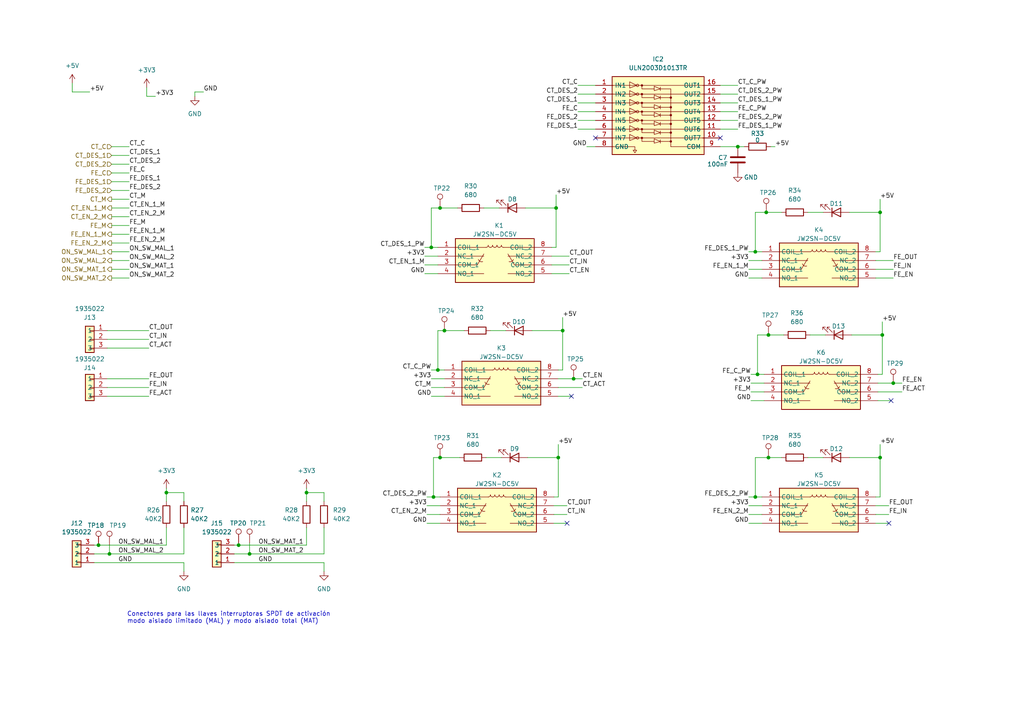
<source format=kicad_sch>
(kicad_sch (version 20211123) (generator eeschema)
  (paper "A4")
  (title_block (title "SAL/T") (date "2024-04-12") (rev "1.4") (company "Universidad de Buenos Aires") (comment 1 "Revisor: Adrian Laiuppa") (comment 2 "Autor: Martín Anús") (comment 3 "Placa principal"))
  (lib_symbols
    (symbol "JW2SN-DC5V_1"
      (property "Reference" "K" (at 16.51 6.35 0))
      (property "Value" "JW2SN-DC5V_1" (at 16.51 3.81 0))
      (symbol "JW2SN-DC5V_1_1_1"
        (pin passive line (at 0 0 0) (length 5.08) (name "COIL_1") (number "1"))
        (pin passive line (at 0 -2.54 0) (length 5.08) (name "NC_1") (number "2"))
        (pin passive line (at 0 -5.08 0) (length 5.08) (name "COM_1") (number "3"))
        (pin passive line (at 0 -7.62 0) (length 5.08) (name "NO_1") (number "4"))
        (pin passive line (at 33.02 -7.62 180) (length 5.08) (name "NO_2") (number "5"))
        (pin passive line (at 33.02 -5.08 180) (length 5.08) (name "COM_2") (number "6"))
        (pin passive line (at 33.02 -2.54 180) (length 5.08) (name "NC_2") (number "7"))
        (pin passive line (at 33.02 0 180) (length 5.08) (name "COIL_2") (number "8"))
      )
    )
    (symbol "JW2SN-DC5V_2"
      (property "Reference" "K" (at 16.51 6.35 0))
      (property "Value" "JW2SN-DC5V_2" (at 16.51 3.81 0))
      (symbol "JW2SN-DC5V_2_1_1"
        (pin passive line (at 0 0 0) (length 5.08) (name "COIL_1") (number "1"))
        (pin passive line (at 0 -2.54 0) (length 5.08) (name "NC_1") (number "2"))
        (pin passive line (at 0 -5.08 0) (length 5.08) (name "COM_1") (number "3"))
        (pin passive line (at 0 -7.62 0) (length 5.08) (name "NO_1") (number "4"))
        (pin passive line (at 33.02 -7.62 180) (length 5.08) (name "NO_2") (number "5"))
        (pin passive line (at 33.02 -5.08 180) (length 5.08) (name "COM_2") (number "6"))
        (pin passive line (at 33.02 -2.54 180) (length 5.08) (name "NC_2") (number "7"))
        (pin passive line (at 33.02 0 180) (length 5.08) (name "COIL_2") (number "8"))
      )
    )
    (symbol "JW2SN-DC5V_3"
      (property "Reference" "K" (at 16.51 6.35 0))
      (property "Value" "JW2SN-DC5V_3" (at 16.51 3.81 0))
      (symbol "JW2SN-DC5V_3_1_1"
        (pin passive line (at 0 0 0) (length 5.08) (name "COIL_1") (number "1"))
        (pin passive line (at 0 -2.54 0) (length 5.08) (name "NC_1") (number "2"))
        (pin passive line (at 0 -5.08 0) (length 5.08) (name "COM_1") (number "3"))
        (pin passive line (at 0 -7.62 0) (length 5.08) (name "NO_1") (number "4"))
        (pin passive line (at 33.02 -7.62 180) (length 5.08) (name "NO_2") (number "5"))
        (pin passive line (at 33.02 -5.08 180) (length 5.08) (name "COM_2") (number "6"))
        (pin passive line (at 33.02 -2.54 180) (length 5.08) (name "NC_2") (number "7"))
        (pin passive line (at 33.02 0 180) (length 5.08) (name "COIL_2") (number "8"))
      )
    )
    (symbol "JW2SN-DC5V_4"
      (property "Reference" "K" (at 16.51 6.35 0))
      (property "Value" "JW2SN-DC5V_4" (at 16.51 3.81 0))
      (symbol "JW2SN-DC5V_4_1_1"
        (pin passive line (at 0 0 0) (length 5.08) (name "COIL_1") (number "1"))
        (pin passive line (at 0 -2.54 0) (length 5.08) (name "NC_1") (number "2"))
        (pin passive line (at 0 -5.08 0) (length 5.08) (name "COM_1") (number "3"))
        (pin passive line (at 0 -7.62 0) (length 5.08) (name "NO_1") (number "4"))
        (pin passive line (at 33.02 -7.62 180) (length 5.08) (name "NO_2") (number "5"))
        (pin passive line (at 33.02 -5.08 180) (length 5.08) (name "COM_2") (number "6"))
        (pin passive line (at 33.02 -2.54 180) (length 5.08) (name "NC_2") (number "7"))
        (pin passive line (at 33.02 0 180) (length 5.08) (name "COIL_2") (number "8"))
      )
    )
    (symbol "JW2SN-DC5V_5"
      (property "Reference" "K" (at 16.51 6.35 0))
      (property "Value" "JW2SN-DC5V_5" (at 16.51 3.81 0))
      (symbol "JW2SN-DC5V_5_1_1"
        (pin passive line (at 0 0 0) (length 5.08) (name "COIL_1") (number "1"))
        (pin passive line (at 0 -2.54 0) (length 5.08) (name "NC_1") (number "2"))
        (pin passive line (at 0 -5.08 0) (length 5.08) (name "COM_1") (number "3"))
        (pin passive line (at 0 -7.62 0) (length 5.08) (name "NO_1") (number "4"))
        (pin passive line (at 33.02 -7.62 180) (length 5.08) (name "NO_2") (number "5"))
        (pin passive line (at 33.02 -5.08 180) (length 5.08) (name "COM_2") (number "6"))
        (pin passive line (at 33.02 -2.54 180) (length 5.08) (name "NC_2") (number "7"))
        (pin passive line (at 33.02 0 180) (length 5.08) (name "COIL_2") (number "8"))
      )
    )
    (symbol "power:+3V3" (power) (pin_names (offset 0))
      (property "Value" "+3V3" (at 0 3.556 0))
      (symbol "+3V3_1_1"
        (pin power_in line (at 0 0 90) (length 0) hide (name "+3V3") (number "1"))
      )
    )
    (symbol "power:+5V" (power) (pin_names (offset 0))
      (property "Value" "+5V" (at 0 3.556 0))
      (symbol "+5V_1_1"
        (pin power_in line (at 0 0 90) (length 0) hide (name "+5V") (number "1"))
      )
    )
    (symbol "power:GND" (power) (pin_names (offset 0))
      (property "Value" "GND" (at 0 -3.81 0))
      (symbol "GND_1_1"
        (pin power_in line (at 0 0 270) (length 0) hide (name "GND") (number "1"))
      )
    )
    (symbol "salt:1935022"
      (property "Reference" "J" (at 0 7.62 0))
      (property "Value" "1935022" (at 0 5.715 0))
      (symbol "1935022_1_1"
        (pin passive line (at -5.08 2.54 0) (length 3.81) (name "1") (number "1"))
        (pin passive line (at -5.08 0 0) (length 3.81) (name "2") (number "2"))
        (pin passive line (at -5.08 -2.54 0) (length 3.81) (name "3") (number "3"))
      )
    )
    (symbol "salt:C_100nF" (pin_numbers hide) (pin_names (offset 0.254))
      (property "Reference" "C" (at 0.635 2.54 0))
      (property "Value" "C_100nF" (at 0.635 -2.54 0))
      (symbol "C_100nF_1_1"
        (pin passive line (at 0 3.81 270) (length 2.794) (name "~") (number "1"))
        (pin passive line (at 0 -3.81 90) (length 2.794) (name "~") (number "2"))
      )
    )
    (symbol "salt:JW2SN-DC5V"
      (property "Reference" "K" (at 16.51 6.35 0))
      (property "Value" "JW2SN-DC5V" (at 16.51 3.81 0))
      (symbol "JW2SN-DC5V_1_1"
        (pin passive line (at 0 0 0) (length 5.08) (name "COIL_1") (number "1"))
        (pin passive line (at 0 -2.54 0) (length 5.08) (name "NC_1") (number "2"))
        (pin passive line (at 0 -5.08 0) (length 5.08) (name "COM_1") (number "3"))
        (pin passive line (at 0 -7.62 0) (length 5.08) (name "NO_1") (number "4"))
        (pin passive line (at 33.02 -7.62 180) (length 5.08) (name "NO_2") (number "5"))
        (pin passive line (at 33.02 -5.08 180) (length 5.08) (name "COM_2") (number "6"))
        (pin passive line (at 33.02 -2.54 180) (length 5.08) (name "NC_2") (number "7"))
        (pin passive line (at 33.02 0 180) (length 5.08) (name "COIL_2") (number "8"))
      )
    )
    (symbol "salt:LED" (pin_numbers hide) (pin_names (offset 1.016) hide)
      (property "Reference" "D" (at 0 2.54 0))
      (symbol "LED_1_1"
        (pin passive line (at -3.81 0 0) (length 2.54) (name "K") (number "1"))
        (pin passive line (at 3.81 0 180) (length 2.54) (name "A") (number "2"))
      )
    )
    (symbol "salt:R_0" (pin_numbers hide) (pin_names (offset 1.016) hide)
      (property "Reference" "R" (at -2.032 1.524 0))
      (property "Value" "R_0" (at -4.318 -0.254 0))
      (symbol "R_0_1_1"
        (pin passive line (at 0 3.81 270) (length 1.27) (name "~") (number "1"))
        (pin passive line (at 0 -3.81 90) (length 1.27) (name "~") (number "2"))
      )
    )
    (symbol "salt:R_40K2" (pin_numbers hide) (pin_names (offset 1.016) hide)
      (property "Reference" "R" (at -2.032 1.524 0))
      (property "Value" "R_40K2" (at -4.318 -0.254 0))
      (symbol "R_40K2_1_1"
        (pin passive line (at 0 3.81 270) (length 1.27) (name "~") (number "1"))
        (pin passive line (at 0 -3.81 90) (length 1.27) (name "~") (number "2"))
      )
    )
    (symbol "salt:R_680" (pin_numbers hide) (pin_names (offset 1.016) hide)
      (property "Reference" "R" (at -2.032 1.524 0))
      (property "Value" "R_680" (at -4.318 -0.254 0))
      (symbol "R_680_1_1"
        (pin passive line (at 0 3.81 270) (length 1.27) (name "~") (number "1"))
        (pin passive line (at 0 -3.81 90) (length 1.27) (name "~") (number "2"))
      )
    )
    (symbol "salt:TestPoint" (pin_numbers hide) (pin_names (offset 0.762) hide)
      (property "Reference" "TP" (at 0 6.858 0))
      (property "Value" "TestPoint" (at 0 5.08 0))
      (symbol "TestPoint_1_1"
        (pin passive line (at 0 0 90) (length 2.54) (name "1") (number "1"))
      )
    )
    (symbol "salt:ULN2003D1013TR"
      (property "Reference" "IC" (at 27.178 5.588 0))
      (property "Value" "ULN2003D1013TR" (at 28.194 3.556 0))
      (symbol "ULN2003D1013TR_0_0"
        (text "" (at 10.922 -13.208 0) (effects (font (size 1.27 1.27))))
      )
      (symbol "ULN2003D1013TR_1_1"
        (pin passive line (at 0 0 0) (length 5.08) (name "IN1") (number "1"))
        (pin passive line (at 36.195 -15.24 180) (length 5.08) (name "OUT7") (number "10"))
        (pin passive line (at 36.195 -12.7 180) (length 5.08) (name "OUT6") (number "11"))
        (pin passive line (at 36.195 -10.16 180) (length 5.08) (name "OUT5") (number "12"))
        (pin passive line (at 36.195 -7.62 180) (length 5.08) (name "OUT4") (number "13"))
        (pin passive line (at 36.195 -5.08 180) (length 5.08) (name "OUT3") (number "14"))
        (pin passive line (at 36.195 -2.54 180) (length 5.08) (name "OUT2") (number "15"))
        (pin passive line (at 36.195 0 180) (length 5.08) (name "OUT1") (number "16"))
        (pin passive line (at 0 -2.54 0) (length 5.08) (name "IN2") (number "2"))
        (pin passive line (at 0 -5.08 0) (length 5.08) (name "IN3") (number "3"))
        (pin passive line (at 0 -7.62 0) (length 5.08) (name "IN4") (number "4"))
        (pin passive line (at 0 -10.16 0) (length 5.08) (name "IN5") (number "5"))
        (pin passive line (at 0 -12.7 0) (length 5.08) (name "IN6") (number "6"))
        (pin passive line (at 0 -15.24 0) (length 5.08) (name "IN7") (number "7"))
        (pin passive line (at 0 -17.78 0) (length 5.08) (name "GND") (number "8"))
        (pin passive line (at 36.195 -17.78 180) (length 5.08) (name "COM") (number "9"))
      )
    )
  )
  (junction (at 125.73 144.145))
  (junction (at 127.635 60.325))
  (junction (at 222.885 132.715))
  (junction (at 125.095 71.755))
  (junction (at 255.27 132.715))
  (junction (at 31.75 160.655))
  (junction (at 259.08 111.125))
  (junction (at 72.39 160.655))
  (junction (at 222.885 97.155))
  (junction (at 222.25 61.595))
  (junction (at 69.215 158.115))
  (junction (at 213.995 42.545))
  (junction (at 163.195 95.885))
  (junction (at 255.27 61.595))
  (junction (at 219.075 144.145))
  (junction (at 219.71 108.585))
  (junction (at 128.905 95.885))
  (junction (at 127 107.315))
  (junction (at 219.075 73.025))
  (junction (at 48.26 142.875))
  (junction (at 127.635 132.715))
  (junction (at 88.9 142.875))
  (junction (at 161.925 132.715))
  (junction (at 166.37 109.855))
  (junction (at 161.29 60.325))
  (junction (at 255.905 97.155))
  (junction (at 28.575 158.115))
  (no_connect (at 172.72 40.005))
  (no_connect (at 258.445 116.205))
  (no_connect (at 257.81 151.765))
  (no_connect (at 208.915 40.005))
  (no_connect (at 164.465 151.765))
  (no_connect (at 165.735 114.935))
  (wire (pts (xy 125.73 144.145) (xy 127.635 144.145)))
  (wire (pts (xy 217.17 75.565) (xy 220.98 75.565)))
  (wire (pts (xy 160.02 79.375) (xy 165.1 79.375)))
  (wire (pts (xy 32.385 47.625) (xy 37.465 47.625)))
  (wire (pts (xy 125.73 132.715) (xy 125.73 144.145)))
  (wire (pts (xy 219.075 132.715) (xy 222.885 132.715)))
  (wire (pts (xy 123.19 76.835) (xy 127 76.835)))
  (wire (pts (xy 160.02 74.295) (xy 165.1 74.295)))
  (wire (pts (xy 247.015 97.155) (xy 255.905 97.155)))
  (wire (pts (xy 67.945 158.115) (xy 69.215 158.115)))
  (wire (pts (xy 208.915 32.385) (xy 213.995 32.385)))
  (wire (pts (xy 161.925 112.395) (xy 168.91 112.395)))
  (wire (pts (xy 32.385 70.485) (xy 37.465 70.485)))
  (wire (pts (xy 163.195 95.885) (xy 163.195 107.315)))
  (wire (pts (xy 152.4 60.325) (xy 161.29 60.325)))
  (wire (pts (xy 160.02 71.755) (xy 161.29 71.755)))
  (wire (pts (xy 208.915 34.925) (xy 213.995 34.925)))
  (wire (pts (xy 254 151.765) (xy 257.81 151.765)))
  (wire (pts (xy 259.08 111.125) (xy 261.62 111.125)))
  (wire (pts (xy 219.075 132.715) (xy 219.075 144.145)))
  (wire (pts (xy 56.515 27.94) (xy 56.515 26.67)))
  (wire (pts (xy 128.905 95.885) (xy 134.62 95.885)))
  (wire (pts (xy 254.635 111.125) (xy 259.08 111.125)))
  (wire (pts (xy 20.955 26.67) (xy 26.035 26.67)))
  (wire (pts (xy 172.72 29.845) (xy 167.64 29.845)))
  (wire (pts (xy 255.905 97.155) (xy 255.905 108.585)))
  (wire (pts (xy 123.825 151.765) (xy 127.635 151.765)))
  (wire (pts (xy 208.915 37.465) (xy 213.995 37.465)))
  (wire (pts (xy 217.805 113.665) (xy 221.615 113.665)))
  (wire (pts (xy 254.635 113.665) (xy 261.62 113.665)))
  (wire (pts (xy 161.29 56.515) (xy 161.29 60.325)))
  (wire (pts (xy 222.885 132.715) (xy 226.695 132.715)))
  (wire (pts (xy 160.655 146.685) (xy 164.465 146.685)))
  (wire (pts (xy 67.945 160.655) (xy 72.39 160.655)))
  (wire (pts (xy 42.545 27.94) (xy 45.085 27.94)))
  (wire (pts (xy 123.825 149.225) (xy 127.635 149.225)))
  (wire (pts (xy 123.19 74.295) (xy 127 74.295)))
  (wire (pts (xy 217.17 78.105) (xy 220.98 78.105)))
  (wire (pts (xy 254 75.565) (xy 259.08 75.565)))
  (wire (pts (xy 27.305 158.115) (xy 28.575 158.115)))
  (wire (pts (xy 32.385 67.945) (xy 37.465 67.945)))
  (wire (pts (xy 125.095 107.315) (xy 127 107.315)))
  (wire (pts (xy 125.095 114.935) (xy 128.905 114.935)))
  (wire (pts (xy 53.34 153.035) (xy 53.34 160.655)))
  (wire (pts (xy 72.39 160.655) (xy 93.98 160.655)))
  (wire (pts (xy 125.095 60.325) (xy 127.635 60.325)))
  (wire (pts (xy 32.385 73.025) (xy 37.465 73.025)))
  (wire (pts (xy 254.635 116.205) (xy 258.445 116.205)))
  (wire (pts (xy 219.075 61.595) (xy 219.075 73.025)))
  (wire (pts (xy 254 149.225) (xy 257.81 149.225)))
  (wire (pts (xy 31.75 160.655) (xy 53.34 160.655)))
  (wire (pts (xy 217.17 73.025) (xy 219.075 73.025)))
  (wire (pts (xy 254.635 108.585) (xy 255.905 108.585)))
  (wire (pts (xy 219.71 108.585) (xy 221.615 108.585)))
  (wire (pts (xy 127.635 60.325) (xy 132.715 60.325)))
  (wire (pts (xy 127.635 132.715) (xy 133.35 132.715)))
  (wire (pts (xy 160.655 149.225) (xy 164.465 149.225)))
  (wire (pts (xy 123.825 144.145) (xy 125.73 144.145)))
  (wire (pts (xy 32.385 57.785) (xy 37.465 57.785)))
  (wire (pts (xy 123.825 146.685) (xy 127.635 146.685)))
  (wire (pts (xy 125.095 112.395) (xy 128.905 112.395)))
  (wire (pts (xy 20.955 24.13) (xy 20.955 26.67)))
  (wire (pts (xy 170.18 42.545) (xy 172.72 42.545)))
  (wire (pts (xy 219.075 144.145) (xy 220.98 144.145)))
  (wire (pts (xy 123.19 79.375) (xy 127 79.375)))
  (wire (pts (xy 31.115 109.855) (xy 43.18 109.855)))
  (wire (pts (xy 161.925 114.935) (xy 165.735 114.935)))
  (wire (pts (xy 32.385 78.105) (xy 37.465 78.105)))
  (wire (pts (xy 219.075 73.025) (xy 220.98 73.025)))
  (wire (pts (xy 69.215 158.115) (xy 88.9 158.115)))
  (wire (pts (xy 246.38 132.715) (xy 255.27 132.715)))
  (wire (pts (xy 53.34 163.195) (xy 53.34 165.735)))
  (wire (pts (xy 32.385 55.245) (xy 37.465 55.245)))
  (wire (pts (xy 140.97 132.715) (xy 145.415 132.715)))
  (wire (pts (xy 125.095 60.325) (xy 125.095 71.755)))
  (wire (pts (xy 234.315 132.715) (xy 238.76 132.715)))
  (wire (pts (xy 32.385 62.865) (xy 37.465 62.865)))
  (wire (pts (xy 217.805 108.585) (xy 219.71 108.585)))
  (wire (pts (xy 215.9 42.545) (xy 213.995 42.545)))
  (wire (pts (xy 255.27 132.715) (xy 255.27 144.145)))
  (wire (pts (xy 172.72 24.765) (xy 167.64 24.765)))
  (wire (pts (xy 31.115 95.885) (xy 43.18 95.885)))
  (wire (pts (xy 88.9 142.875) (xy 93.98 142.875)))
  (wire (pts (xy 246.38 61.595) (xy 255.27 61.595)))
  (wire (pts (xy 172.72 27.305) (xy 167.64 27.305)))
  (wire (pts (xy 254 73.025) (xy 255.27 73.025)))
  (wire (pts (xy 32.385 42.545) (xy 37.465 42.545)))
  (wire (pts (xy 217.17 151.765) (xy 220.98 151.765)))
  (wire (pts (xy 161.925 128.905) (xy 161.925 132.715)))
  (wire (pts (xy 255.27 57.785) (xy 255.27 61.595)))
  (wire (pts (xy 172.72 37.465) (xy 167.64 37.465)))
  (wire (pts (xy 31.115 114.935) (xy 43.18 114.935)))
  (wire (pts (xy 255.905 93.345) (xy 255.905 97.155)))
  (wire (pts (xy 48.26 153.035) (xy 48.26 158.115)))
  (wire (pts (xy 160.655 144.145) (xy 161.925 144.145)))
  (wire (pts (xy 27.305 163.195) (xy 53.34 163.195)))
  (wire (pts (xy 48.26 141.605) (xy 48.26 142.875)))
  (wire (pts (xy 128.905 109.855) (xy 125.095 109.855)))
  (wire (pts (xy 88.9 153.035) (xy 88.9 158.115)))
  (wire (pts (xy 254 144.145) (xy 255.27 144.145)))
  (wire (pts (xy 32.385 52.705) (xy 37.465 52.705)))
  (wire (pts (xy 166.37 109.855) (xy 168.91 109.855)))
  (wire (pts (xy 31.115 98.425) (xy 43.18 98.425)))
  (wire (pts (xy 217.805 116.205) (xy 221.615 116.205)))
  (wire (pts (xy 163.195 92.075) (xy 163.195 95.885)))
  (wire (pts (xy 123.19 71.755) (xy 125.095 71.755)))
  (wire (pts (xy 172.72 34.925) (xy 167.64 34.925)))
  (wire (pts (xy 172.72 32.385) (xy 167.64 32.385)))
  (wire (pts (xy 161.925 109.855) (xy 166.37 109.855)))
  (wire (pts (xy 48.26 142.875) (xy 48.26 145.415)))
  (wire (pts (xy 31.115 112.395) (xy 43.18 112.395)))
  (wire (pts (xy 254 78.105) (xy 259.08 78.105)))
  (wire (pts (xy 160.655 151.765) (xy 164.465 151.765)))
  (wire (pts (xy 72.39 157.48) (xy 72.39 160.655)))
  (wire (pts (xy 125.095 71.755) (xy 127 71.755)))
  (wire (pts (xy 208.915 42.545) (xy 213.995 42.545)))
  (wire (pts (xy 32.385 60.325) (xy 37.465 60.325)))
  (wire (pts (xy 31.115 100.965) (xy 43.18 100.965)))
  (wire (pts (xy 27.305 160.655) (xy 31.75 160.655)))
  (wire (pts (xy 217.17 144.145) (xy 219.075 144.145)))
  (wire (pts (xy 32.385 75.565) (xy 37.465 75.565)))
  (wire (pts (xy 69.215 157.48) (xy 69.215 158.115)))
  (wire (pts (xy 88.9 142.875) (xy 88.9 145.415)))
  (wire (pts (xy 217.17 146.685) (xy 220.98 146.685)))
  (wire (pts (xy 223.52 42.545) (xy 224.79 42.545)))
  (wire (pts (xy 161.925 132.715) (xy 161.925 144.145)))
  (wire (pts (xy 254 80.645) (xy 259.08 80.645)))
  (wire (pts (xy 32.385 80.645) (xy 37.465 80.645)))
  (wire (pts (xy 160.02 76.835) (xy 165.1 76.835)))
  (wire (pts (xy 255.27 61.595) (xy 255.27 73.025)))
  (wire (pts (xy 217.17 149.225) (xy 220.98 149.225)))
  (wire (pts (xy 208.915 24.765) (xy 213.995 24.765)))
  (wire (pts (xy 208.915 29.845) (xy 213.995 29.845)))
  (wire (pts (xy 153.035 132.715) (xy 161.925 132.715)))
  (wire (pts (xy 255.27 128.905) (xy 255.27 132.715)))
  (wire (pts (xy 32.385 45.085) (xy 37.465 45.085)))
  (wire (pts (xy 93.98 153.035) (xy 93.98 160.655)))
  (wire (pts (xy 234.315 61.595) (xy 238.76 61.595)))
  (wire (pts (xy 142.24 95.885) (xy 146.685 95.885)))
  (wire (pts (xy 221.615 111.125) (xy 217.805 111.125)))
  (wire (pts (xy 127 95.885) (xy 128.905 95.885)))
  (wire (pts (xy 53.34 142.875) (xy 53.34 145.415)))
  (wire (pts (xy 32.385 65.405) (xy 37.465 65.405)))
  (wire (pts (xy 219.075 61.595) (xy 222.25 61.595)))
  (wire (pts (xy 67.945 163.195) (xy 93.98 163.195)))
  (wire (pts (xy 219.71 97.155) (xy 222.885 97.155)))
  (wire (pts (xy 161.29 60.325) (xy 161.29 71.755)))
  (wire (pts (xy 93.98 142.875) (xy 93.98 145.415)))
  (wire (pts (xy 127 107.315) (xy 128.905 107.315)))
  (wire (pts (xy 219.71 97.155) (xy 219.71 108.585)))
  (wire (pts (xy 127 95.885) (xy 127 107.315)))
  (wire (pts (xy 31.75 158.115) (xy 31.75 160.655)))
  (wire (pts (xy 154.305 95.885) (xy 163.195 95.885)))
  (wire (pts (xy 222.25 61.595) (xy 226.695 61.595)))
  (wire (pts (xy 56.515 26.67) (xy 59.055 26.67)))
  (wire (pts (xy 140.335 60.325) (xy 144.78 60.325)))
  (wire (pts (xy 234.95 97.155) (xy 239.395 97.155)))
  (wire (pts (xy 88.9 141.605) (xy 88.9 142.875)))
  (wire (pts (xy 48.26 142.875) (xy 53.34 142.875)))
  (wire (pts (xy 208.915 27.305) (xy 213.995 27.305)))
  (wire (pts (xy 254 146.685) (xy 257.81 146.685)))
  (wire (pts (xy 222.885 97.155) (xy 227.33 97.155)))
  (wire (pts (xy 28.575 158.115) (xy 48.26 158.115)))
  (wire (pts (xy 42.545 25.4) (xy 42.545 27.94)))
  (wire (pts (xy 161.925 107.315) (xy 163.195 107.315)))
  (wire (pts (xy 93.98 163.195) (xy 93.98 165.735)))
  (wire (pts (xy 125.73 132.715) (xy 127.635 132.715)))
  (wire (pts (xy 32.385 50.165) (xy 37.465 50.165)))
  (wire (pts (xy 217.17 80.645) (xy 220.98 80.645)))
  (text "Conectores para las llaves interruptoras SPDT de activación \nmodo aislado limitado (MAL) y modo aislado total (MAT)" (at 36.83 180.975 0) (effects (font (size 1.27 1.27)) (justify left bottom)))
  (label "FE_EN_2_M" (at 37.465 70.485 0))
  (label "ON_SW_MAT_1" (at 37.465 78.105 0))
  (label "FE_M" (at 217.805 113.665 180))
  (label "+5V" (at 161.29 56.515 0))
  (label "GND" (at 123.19 79.375 180))
  (label "FE_DES_1_PW" (at 217.17 73.025 180))
  (label "CT_EN_2_M" (at 37.465 62.865 0))
  (label "FE_EN" (at 259.08 80.645 0))
  (label "CT_OUT" (at 43.18 95.885 0))
  (label "+5V" (at 26.035 26.67 0))
  (label "CT_DES_1" (at 37.465 45.085 0))
  (label "FE_OUT" (at 259.08 75.565 0))
  (label "GND" (at 217.17 80.645 180))
  (label "GND" (at 170.18 42.545 180))
  (label "CT_EN_2_M" (at 123.825 149.225 180))
  (label "FE_ACT" (at 261.62 113.665 0))
  (label "FE_DES_1_PW" (at 213.995 37.465 0))
  (label "+3V3" (at 45.085 27.94 0))
  (label "CT_IN" (at 43.18 98.425 0))
  (label "CT_DES_1_PW" (at 213.995 29.845 0))
  (label "CT_ACT" (at 168.91 112.395 0))
  (label "CT_C" (at 37.465 42.545 0))
  (label "CT_DES_2_PW" (at 123.825 144.145 180))
  (label "FE_C" (at 37.465 50.165 0))
  (label "CT_DES_2_PW" (at 213.995 27.305 0))
  (label "ON_SW_MAL_1" (at 34.29 158.115 0))
  (label "ON_SW_MAT_1" (at 74.93 158.115 0))
  (label "ON_SW_MAT_2" (at 37.465 80.645 0))
  (label "FE_C_PW" (at 217.805 108.585 180))
  (label "ON_SW_MAL_1" (at 37.465 73.025 0))
  (label "ON_SW_MAL_2" (at 34.29 160.655 0))
  (label "GND" (at 74.93 163.195 0))
  (label "ON_SW_MAT_2" (at 74.93 160.655 0))
  (label "CT_DES_1" (at 167.64 29.845 180))
  (label "FE_DES_1" (at 37.465 52.705 0))
  (label "FE_EN_1_M" (at 217.17 78.105 180))
  (label "GND" (at 34.29 163.195 0))
  (label "FE_DES_2_PW" (at 217.17 144.145 180))
  (label "GND" (at 217.17 151.765 180))
  (label "CT_M" (at 37.465 57.785 0))
  (label "CT_DES_1_PW" (at 123.19 71.755 180))
  (label "CT_DES_2" (at 167.64 27.305 180))
  (label "FE_OUT" (at 43.18 109.855 0))
  (label "GND" (at 125.095 114.935 180))
  (label "FE_EN_1_M" (at 37.465 67.945 0))
  (label "+3V3" (at 125.095 109.855 180))
  (label "CT_M" (at 125.095 112.395 180))
  (label "+3V3" (at 123.825 146.685 180))
  (label "+5V" (at 255.27 128.905 0))
  (label "FE_M" (at 37.465 65.405 0))
  (label "FE_IN" (at 259.08 78.105 0))
  (label "FE_IN" (at 257.81 149.225 0))
  (label "CT_IN" (at 165.1 76.835 0))
  (label "CT_EN_1_M" (at 123.19 76.835 180))
  (label "+5V" (at 255.905 93.345 0))
  (label "FE_DES_2" (at 167.64 34.925 180))
  (label "FE_ACT" (at 43.18 114.935 0))
  (label "CT_ACT" (at 43.18 100.965 0))
  (label "GND" (at 123.825 151.765 180))
  (label "FE_DES_1" (at 167.64 37.465 180))
  (label "FE_C" (at 167.64 32.385 180))
  (label "+3V3" (at 217.805 111.125 180))
  (label "CT_OUT" (at 164.465 146.685 0))
  (label "+5V" (at 224.79 42.545 0))
  (label "CT_C" (at 167.64 24.765 180))
  (label "CT_C_PW" (at 125.095 107.315 180))
  (label "CT_EN_1_M" (at 37.465 60.325 0))
  (label "+3V3" (at 217.17 146.685 180))
  (label "GND" (at 59.055 26.67 0))
  (label "FE_EN" (at 261.62 111.125 0))
  (label "ON_SW_MAL_2" (at 37.465 75.565 0))
  (label "+3V3" (at 217.17 75.565 180))
  (label "+5V" (at 255.27 57.785 0))
  (label "CT_C_PW" (at 213.995 24.765 0))
  (label "+5V" (at 163.195 92.075 0))
  (label "FE_EN_2_M" (at 217.17 149.225 180))
  (label "GND" (at 217.805 116.205 180))
  (label "FE_OUT" (at 257.81 146.685 0))
  (label "CT_EN" (at 168.91 109.855 0))
  (label "+5V" (at 161.925 128.905 0))
  (label "FE_IN" (at 43.18 112.395 0))
  (label "FE_DES_2" (at 37.465 55.245 0))
  (label "FE_DES_2_PW" (at 213.995 34.925 0))
  (label "+3V3" (at 123.19 74.295 180))
  (label "CT_IN" (at 164.465 149.225 0))
  (label "CT_DES_2" (at 37.465 47.625 0))
  (label "CT_OUT" (at 165.1 74.295 0))
  (label "CT_EN" (at 165.1 79.375 0))
  (label "FE_C_PW" (at 213.995 32.385 0))
  (hierarchical_label "CT_M" (shape output) (at 32.385 57.785 180))
  (hierarchical_label "CT_EN_1_M" (shape output) (at 32.385 60.325 180))
  (hierarchical_label "FE_EN_1_M" (shape output) (at 32.385 67.945 180))
  (hierarchical_label "ON_SW_MAL_1" (shape output) (at 32.385 73.025 180))
  (hierarchical_label "CT_C" (shape input) (at 32.385 42.545 180))
  (hierarchical_label "FE_DES_1" (shape input) (at 32.385 52.705 180))
  (hierarchical_label "ON_SW_MAT_2" (shape output) (at 32.385 80.645 180))
  (hierarchical_label "ON_SW_MAT_1" (shape output) (at 32.385 78.105 180))
  (hierarchical_label "ON_SW_MAL_2" (shape output) (at 32.385 75.565 180))
  (hierarchical_label "CT_DES_1" (shape input) (at 32.385 45.085 180))
  (hierarchical_label "CT_DES_2" (shape input) (at 32.385 47.625 180))
  (hierarchical_label "FE_DES_2" (shape input) (at 32.385 55.245 180))
  (hierarchical_label "CT_EN_2_M" (shape output) (at 32.385 62.865 180))
  (hierarchical_label "FE_EN_2_M" (shape output) (at 32.385 70.485 180))
  (hierarchical_label "FE_C" (shape input) (at 32.385 50.165 180))
  (hierarchical_label "FE_M" (shape output) (at 32.385 65.405 180))
  (symbol (lib_id "salt:R_40K2") (at 53.34 149.225 180) (unit 1)
    (property "Reference" "R27" (at 55.245 147.955 0) (effects (justify right)))
    (property "Value" "40K2" (at 55.245 150.495 0) (effects (justify right)))
    (property "Footprint" "Resistor_SMD:R_0805_2012Metric_Pad1.20x1.40mm_HandSolder" (effects hide))
    (property "Datasheet" "https://ar.mouser.com/datasheet/2/447/YAGEO_PYu_RC_Group_51_RoHS_L_12-3313492.pdf" (effects hide))
    (property "Mouser Part Number" "603-RC0805FR-0740K2L" (effects hide))
    (property "Mouser Price/Stock" "https://ar.mouser.com/ProductDetail/YAGEO/RC0805FR-0740K2L?qs=QrWOOBGzeCbZpVapvyHnwA%3D%3D" (effects hide))
    (property "Manufacturer_Name" "YAGEO" (effects hide))
    (property "Manufacturer_Part_Number" "RC0805FR-0740K2L" (effects hide))
  )
  (symbol (lib_id "salt:R_680") (at 137.16 132.715 270) (unit 1)
    (property "Reference" "R31" (at 137.16 126.365 90))
    (property "Value" "680" (at 137.16 128.905 90))
    (property "Footprint" "Resistor_SMD:R_0805_2012Metric_Pad1.20x1.40mm_HandSolder" (effects hide))
    (property "Datasheet" "https://ar.mouser.com/datasheet/2/447/PYu_RC_Group_51_RoHS_L_11-1984063.pdf" (effects hide))
    (property "Mouser Part Number" "603-RC0805FR-13680RL" (effects hide))
    (property "Mouser Price/Stock" "https://ar.mouser.com/ProductDetail/YAGEO/RC0805FR-13680RL?qs=m6lXFsvg5e3C9RY8lrBC%2Fw%3D%3D" (effects hide))
    (property "Manufacturer_Name" "YAGEO" (effects hide))
    (property "Manufacturer_Part_Number" "RC0805FR-13680RL" (effects hide))
  )
  (symbol (lib_id "salt:R_0") (at 219.71 42.545 90) (unit 1)
    (property "Reference" "R33" (at 219.71 38.735 90))
    (property "Value" "0" (at 219.71 40.64 90))
    (property "Footprint" "Resistor_SMD:R_0805_2012Metric_Pad1.20x1.40mm_HandSolder" (effects hide))
  )
  (symbol (lib_id "salt:TestPoint") (at 31.75 158.115 0) (unit 1)
    (property "Reference" "TP19" (at 31.75 152.4 0) (effects (justify left)))
    (property "Value" "TestPoint" (effects hide))
    (property "Footprint" "salt:testpoint" (effects hide))
  )
  (symbol (lib_id "salt:1935022") (at 26.035 98.425 0) (mirror y) (unit 1)
    (property "Reference" "J13" (at 26.035 92.075 0))
    (property "Value" "1935022" (at 26.035 89.535 0))
    (property "Footprint" "salt:1935022" (effects hide))
    (property "Datasheet" "https://www.phoenixcontact.com/us/products/1935022/pdf" (effects hide))
    (property "Height" "8.72" (effects hide))
    (property "Mouser Part Number" "651-1935022" (effects hide))
    (property "Mouser Price/Stock" "https://ar.mouser.com/ProductDetail/Phoenix-Contact/1935022?qs=i11qaVCyeWoRj2tPTAbaig%3D%3D" (effects hide))
    (property "Manufacturer_Name" "Phoenix Contact" (effects hide))
    (property "Manufacturer_Part_Number" "1935022" (effects hide))
  )
  (symbol (lib_id "power:+5V") (at 20.955 24.13 0) (unit 1)
    (property "Reference" "#PWR034" (effects hide))
    (property "Value" "+5V" (at 20.955 19.05 0))
  )
  (symbol (lib_id "salt:TestPoint") (at 127.635 60.325 0) (unit 1)
    (property "Reference" "TP22" (at 125.73 54.61 0) (effects (justify left)))
    (property "Value" "TestPoint" (effects hide))
    (property "Footprint" "salt:testpoint" (effects hide))
  )
  (symbol (lib_name "JW2SN-DC5V_5") (lib_id "salt:JW2SN-DC5V") (at 220.98 73.025 0) (unit 1)
    (property "Reference" "K4" (at 237.49 66.675 0))
    (property "Value" "JW2SN-DC5V" (at 237.49 69.215 0))
    (property "Footprint" "salt:JW2SNDC5V" (effects hide))
    (property "Datasheet" "https://www3.panasonic.biz/ac/e_download/control/relay/power/catalog/mech_eng_jw.pdf" (effects hide))
    (property "Height" "20" (effects hide))
    (property "Mouser Part Number" "769-JW2SN-DC5V" (effects hide))
    (property "Mouser Price/Stock" "https://www.mouser.co.uk/ProductDetail/Panasonic-Industrial-Devices/JW2SN-DC5V?qs=HLLy2pIPwuus9vgayzgjwA%3D%3D" (effects hide))
    (property "Manufacturer_Name" "Panasonic" (effects hide))
    (property "Manufacturer_Part_Number" "JW2SN-DC5V" (effects hide))
  )
  (symbol (lib_id "salt:R_680") (at 138.43 95.885 270) (unit 1)
    (property "Reference" "R32" (at 138.43 89.535 90))
    (property "Value" "680" (at 138.43 92.075 90))
    (property "Footprint" "Resistor_SMD:R_0805_2012Metric_Pad1.20x1.40mm_HandSolder" (effects hide))
    (property "Datasheet" "https://ar.mouser.com/datasheet/2/447/PYu_RC_Group_51_RoHS_L_11-1984063.pdf" (effects hide))
    (property "Mouser Part Number" "603-RC0805FR-13680RL" (effects hide))
    (property "Mouser Price/Stock" "https://ar.mouser.com/ProductDetail/YAGEO/RC0805FR-13680RL?qs=m6lXFsvg5e3C9RY8lrBC%2Fw%3D%3D" (effects hide))
    (property "Manufacturer_Name" "YAGEO" (effects hide))
    (property "Manufacturer_Part_Number" "RC0805FR-13680RL" (effects hide))
  )
  (symbol (lib_id "power:GND") (at 93.98 165.735 0) (unit 1)
    (property "Reference" "#PWR040" (effects hide))
    (property "Value" "GND" (at 93.98 170.815 0))
  )
  (symbol (lib_id "salt:TestPoint") (at 259.08 111.125 0) (unit 1)
    (property "Reference" "TP29" (at 257.175 105.41 0) (effects (justify left)))
    (property "Value" "TestPoint" (effects hide))
    (property "Footprint" "salt:testpoint" (effects hide))
  )
  (symbol (lib_id "salt:TestPoint") (at 128.905 95.885 0) (unit 1)
    (property "Reference" "TP24" (at 127 90.17 0) (effects (justify left)))
    (property "Value" "TestPoint" (effects hide))
    (property "Footprint" "salt:testpoint" (effects hide))
  )
  (symbol (lib_id "salt:R_680") (at 230.505 132.715 270) (unit 1)
    (property "Reference" "R35" (at 230.505 126.365 90))
    (property "Value" "680" (at 230.505 128.905 90))
    (property "Footprint" "Resistor_SMD:R_0805_2012Metric_Pad1.20x1.40mm_HandSolder" (effects hide))
    (property "Datasheet" "https://ar.mouser.com/datasheet/2/447/PYu_RC_Group_51_RoHS_L_11-1984063.pdf" (effects hide))
    (property "Mouser Part Number" "603-RC0805FR-13680RL" (effects hide))
    (property "Mouser Price/Stock" "https://ar.mouser.com/ProductDetail/YAGEO/RC0805FR-13680RL?qs=m6lXFsvg5e3C9RY8lrBC%2Fw%3D%3D" (effects hide))
    (property "Manufacturer_Name" "YAGEO" (effects hide))
    (property "Manufacturer_Part_Number" "RC0805FR-13680RL" (effects hide))
  )
  (symbol (lib_id "salt:R_40K2") (at 88.9 149.225 180) (unit 1)
    (property "Reference" "R28" (at 82.55 147.955 0) (effects (justify right)))
    (property "Value" "40K2" (at 81.915 150.495 0) (effects (justify right)))
    (property "Footprint" "Resistor_SMD:R_0805_2012Metric_Pad1.20x1.40mm_HandSolder" (effects hide))
    (property "Datasheet" "https://ar.mouser.com/datasheet/2/447/YAGEO_PYu_RC_Group_51_RoHS_L_12-3313492.pdf" (effects hide))
    (property "Mouser Part Number" "603-RC0805FR-0740K2L" (effects hide))
    (property "Mouser Price/Stock" "https://ar.mouser.com/ProductDetail/YAGEO/RC0805FR-0740K2L?qs=QrWOOBGzeCbZpVapvyHnwA%3D%3D" (effects hide))
    (property "Manufacturer_Name" "YAGEO" (effects hide))
    (property "Manufacturer_Part_Number" "RC0805FR-0740K2L" (effects hide))
  )
  (symbol (lib_id "salt:TestPoint") (at 72.39 157.48 0) (unit 1)
    (property "Reference" "TP21" (at 72.39 151.765 0) (effects (justify left)))
    (property "Value" "TestPoint" (effects hide))
    (property "Footprint" "salt:testpoint" (effects hide))
  )
  (symbol (lib_id "salt:TestPoint") (at 222.885 132.715 0) (unit 1)
    (property "Reference" "TP28" (at 220.98 127 0) (effects (justify left)))
    (property "Value" "TestPoint" (effects hide))
    (property "Footprint" "salt:testpoint" (effects hide))
  )
  (symbol (lib_id "salt:R_40K2") (at 48.26 149.225 180) (unit 1)
    (property "Reference" "R26" (at 42.545 147.955 0) (effects (justify right)))
    (property "Value" "40K2" (at 41.91 150.495 0) (effects (justify right)))
    (property "Footprint" "Resistor_SMD:R_0805_2012Metric_Pad1.20x1.40mm_HandSolder" (effects hide))
    (property "Datasheet" "https://ar.mouser.com/datasheet/2/447/YAGEO_PYu_RC_Group_51_RoHS_L_12-3313492.pdf" (effects hide))
    (property "Mouser Part Number" "603-RC0805FR-0740K2L" (effects hide))
    (property "Mouser Price/Stock" "https://ar.mouser.com/ProductDetail/YAGEO/RC0805FR-0740K2L?qs=QrWOOBGzeCbZpVapvyHnwA%3D%3D" (effects hide))
    (property "Manufacturer_Name" "YAGEO" (effects hide))
    (property "Manufacturer_Part_Number" "RC0805FR-0740K2L" (effects hide))
  )
  (symbol (lib_id "salt:TestPoint") (at 69.215 157.48 0) (unit 1)
    (property "Reference" "TP20" (at 66.675 151.765 0) (effects (justify left)))
    (property "Value" "TestPoint" (effects hide))
    (property "Footprint" "salt:testpoint" (effects hide))
  )
  (symbol (lib_id "salt:LED") (at 243.205 97.155 0) (mirror x) (unit 1)
    (property "Reference" "D13" (at 243.205 94.615 0))
    (property "Value" "LED" (effects hide))
    (property "Footprint" "LED_SMD:LED_0805_2012Metric_Pad1.15x1.40mm_HandSolder" (effects hide))
    (property "Datasheet" "https://www.we-online.com/catalog/datasheet/150080VS75000.pdf" (effects hide))
    (property "Mouser Part Number" "710-150080VS75000" (effects hide))
    (property "Mouser Price/Stock" "https://ar.mouser.com/ProductDetail/Wurth-Elektronik/150080VS75000?qs=LlUlMxKIyB0tGHJmO6%252B0ug%3D%3D" (effects hide))
    (property "Manufacturer_Name" "Wurth Elektronik" (effects hide))
    (property "Manufacturer_Part_Number" "150080VS75000" (effects hide))
  )
  (symbol (lib_id "power:GND") (at 56.515 27.94 0) (unit 1)
    (property "Reference" "#PWR038" (effects hide))
    (property "Value" "GND" (at 56.515 33.02 0))
  )
  (symbol (lib_id "salt:LED") (at 242.57 61.595 0) (mirror x) (unit 1)
    (property "Reference" "D11" (at 242.57 59.055 0))
    (property "Value" "LED" (effects hide))
    (property "Footprint" "LED_SMD:LED_0805_2012Metric_Pad1.15x1.40mm_HandSolder" (effects hide))
    (property "Datasheet" "https://www.we-online.com/catalog/datasheet/150080VS75000.pdf" (effects hide))
    (property "Mouser Part Number" "710-150080VS75000" (effects hide))
    (property "Mouser Price/Stock" "https://ar.mouser.com/ProductDetail/Wurth-Elektronik/150080VS75000?qs=LlUlMxKIyB0tGHJmO6%252B0ug%3D%3D" (effects hide))
    (property "Manufacturer_Name" "Wurth Elektronik" (effects hide))
    (property "Manufacturer_Part_Number" "150080VS75000" (effects hide))
  )
  (symbol (lib_id "salt:TestPoint") (at 166.37 109.855 0) (unit 1)
    (property "Reference" "TP25" (at 164.465 104.14 0) (effects (justify left)))
    (property "Value" "TestPoint" (effects hide))
    (property "Footprint" "salt:testpoint" (effects hide))
  )
  (symbol (lib_id "salt:LED") (at 149.225 132.715 0) (mirror x) (unit 1)
    (property "Reference" "D9" (at 149.225 130.175 0))
    (property "Value" "LED" (effects hide))
    (property "Footprint" "LED_SMD:LED_0805_2012Metric_Pad1.15x1.40mm_HandSolder" (effects hide))
    (property "Datasheet" "https://www.we-online.com/catalog/datasheet/150080VS75000.pdf" (effects hide))
    (property "Mouser Part Number" "710-150080VS75000" (effects hide))
    (property "Mouser Price/Stock" "https://ar.mouser.com/ProductDetail/Wurth-Elektronik/150080VS75000?qs=LlUlMxKIyB0tGHJmO6%252B0ug%3D%3D" (effects hide))
    (property "Manufacturer_Name" "Wurth Elektronik" (effects hide))
    (property "Manufacturer_Part_Number" "150080VS75000" (effects hide))
  )
  (symbol (lib_id "salt:JW2SN-DC5V") (at 220.98 144.145 0) (unit 1)
    (property "Reference" "K5" (at 237.49 137.795 0))
    (property "Value" "JW2SN-DC5V" (at 237.49 140.335 0))
    (property "Footprint" "salt:JW2SNDC5V" (effects hide))
    (property "Datasheet" "https://www3.panasonic.biz/ac/e_download/control/relay/power/catalog/mech_eng_jw.pdf" (effects hide))
    (property "Height" "20" (effects hide))
    (property "Mouser Part Number" "769-JW2SN-DC5V" (effects hide))
    (property "Mouser Price/Stock" "https://www.mouser.co.uk/ProductDetail/Panasonic-Industrial-Devices/JW2SN-DC5V?qs=HLLy2pIPwuus9vgayzgjwA%3D%3D" (effects hide))
    (property "Manufacturer_Name" "Panasonic" (effects hide))
    (property "Manufacturer_Part_Number" "JW2SN-DC5V" (effects hide))
  )
  (symbol (lib_id "power:GND") (at 53.34 165.735 0) (unit 1)
    (property "Reference" "#PWR037" (effects hide))
    (property "Value" "GND" (at 53.34 170.815 0))
  )
  (symbol (lib_id "salt:1935022") (at 62.865 160.655 180) (unit 1)
    (property "Reference" "J15" (at 62.865 151.765 0))
    (property "Value" "1935022" (at 62.865 154.305 0))
    (property "Footprint" "salt:1935022" (effects hide))
    (property "Datasheet" "https://www.phoenixcontact.com/us/products/1935022/pdf" (effects hide))
    (property "Height" "8.72" (effects hide))
    (property "Mouser Part Number" "651-1935022" (effects hide))
    (property "Mouser Price/Stock" "https://ar.mouser.com/ProductDetail/Phoenix-Contact/1935022?qs=i11qaVCyeWoRj2tPTAbaig%3D%3D" (effects hide))
    (property "Manufacturer_Name" "Phoenix Contact" (effects hide))
    (property "Manufacturer_Part_Number" "1935022" (effects hide))
  )
  (symbol (lib_id "salt:R_680") (at 231.14 97.155 270) (unit 1)
    (property "Reference" "R36" (at 231.14 90.805 90))
    (property "Value" "680" (at 231.14 93.345 90))
    (property "Footprint" "Resistor_SMD:R_0805_2012Metric_Pad1.20x1.40mm_HandSolder" (effects hide))
    (property "Datasheet" "https://ar.mouser.com/datasheet/2/447/PYu_RC_Group_51_RoHS_L_11-1984063.pdf" (effects hide))
    (property "Mouser Part Number" "603-RC0805FR-13680RL" (effects hide))
    (property "Mouser Price/Stock" "https://ar.mouser.com/ProductDetail/YAGEO/RC0805FR-13680RL?qs=m6lXFsvg5e3C9RY8lrBC%2Fw%3D%3D" (effects hide))
    (property "Manufacturer_Name" "YAGEO" (effects hide))
    (property "Manufacturer_Part_Number" "RC0805FR-13680RL" (effects hide))
  )
  (symbol (lib_id "power:+3V3") (at 42.545 25.4 0) (unit 1)
    (property "Reference" "#PWR035" (effects hide))
    (property "Value" "+3V3" (at 42.545 20.32 0))
  )
  (symbol (lib_id "salt:LED") (at 148.59 60.325 0) (mirror x) (unit 1)
    (property "Reference" "D8" (at 148.59 57.785 0))
    (property "Value" "LED" (effects hide))
    (property "Footprint" "LED_SMD:LED_0805_2012Metric_Pad1.15x1.40mm_HandSolder" (effects hide))
    (property "Datasheet" "https://www.we-online.com/catalog/datasheet/150080VS75000.pdf" (effects hide))
    (property "Mouser Part Number" "710-150080VS75000" (effects hide))
    (property "Mouser Price/Stock" "https://ar.mouser.com/ProductDetail/Wurth-Elektronik/150080VS75000?qs=LlUlMxKIyB0tGHJmO6%252B0ug%3D%3D" (effects hide))
    (property "Manufacturer_Name" "Wurth Elektronik" (effects hide))
    (property "Manufacturer_Part_Number" "150080VS75000" (effects hide))
  )
  (symbol (lib_id "salt:R_40K2") (at 93.98 149.225 180) (unit 1)
    (property "Reference" "R29" (at 96.52 147.9549 0) (effects (justify right)))
    (property "Value" "40K2" (at 96.52 150.4949 0) (effects (justify right)))
    (property "Footprint" "Resistor_SMD:R_0805_2012Metric_Pad1.20x1.40mm_HandSolder" (effects hide))
    (property "Datasheet" "https://ar.mouser.com/datasheet/2/447/YAGEO_PYu_RC_Group_51_RoHS_L_12-3313492.pdf" (effects hide))
    (property "Mouser Part Number" "603-RC0805FR-0740K2L" (effects hide))
    (property "Mouser Price/Stock" "https://ar.mouser.com/ProductDetail/YAGEO/RC0805FR-0740K2L?qs=QrWOOBGzeCbZpVapvyHnwA%3D%3D" (effects hide))
    (property "Manufacturer_Name" "YAGEO" (effects hide))
    (property "Manufacturer_Part_Number" "RC0805FR-0740K2L" (effects hide))
  )
  (symbol (lib_id "salt:LED") (at 150.495 95.885 0) (mirror x) (unit 1)
    (property "Reference" "D10" (at 150.495 93.345 0))
    (property "Value" "LED" (effects hide))
    (property "Footprint" "LED_SMD:LED_0805_2012Metric_Pad1.15x1.40mm_HandSolder" (effects hide))
    (property "Datasheet" "https://www.we-online.com/catalog/datasheet/150080VS75000.pdf" (effects hide))
    (property "Mouser Part Number" "710-150080VS75000" (effects hide))
    (property "Mouser Price/Stock" "https://ar.mouser.com/ProductDetail/Wurth-Elektronik/150080VS75000?qs=LlUlMxKIyB0tGHJmO6%252B0ug%3D%3D" (effects hide))
    (property "Manufacturer_Name" "Wurth Elektronik" (effects hide))
    (property "Manufacturer_Part_Number" "150080VS75000" (effects hide))
  )
  (symbol (lib_id "salt:ULN2003D1013TR") (at 172.72 24.765 0) (unit 1)
    (property "Reference" "IC2" (at 190.881 17.145 0))
    (property "Value" "ULN2003D1013TR" (at 190.881 19.685 0))
    (property "Footprint" "salt:SOIC127P600X175-16N" (effects hide))
    (property "Datasheet" "http://www.st.com/st-web-ui/static/active/en/resource/technical/document/datasheet/CD00001244.pdf" (effects hide))
    (property "Height" "1.75" (effects hide))
    (property "Mouser Part Number" "511-ULN2003D1013TR" (effects hide))
    (property "Mouser Price/Stock" "https://www.mouser.co.uk/ProductDetail/STMicroelectronics/ULN2003D1013TR?qs=YnPipOpXm6FQ98RZGZk5Pg%3D%3D" (effects hide))
    (property "Manufacturer_Name" "STMicroelectronics" (effects hide))
    (property "Manufacturer_Part_Number" "ULN2003D1013TR" (effects hide))
  )
  (symbol (lib_name "JW2SN-DC5V_1") (lib_id "salt:JW2SN-DC5V") (at 127.635 144.145 0) (unit 1)
    (property "Reference" "K2" (at 144.145 137.795 0))
    (property "Value" "JW2SN-DC5V" (at 144.145 140.335 0))
    (property "Footprint" "salt:JW2SNDC5V" (effects hide))
    (property "Datasheet" "https://www3.panasonic.biz/ac/e_download/control/relay/power/catalog/mech_eng_jw.pdf" (effects hide))
    (property "Height" "20" (effects hide))
    (property "Mouser Part Number" "769-JW2SN-DC5V" (effects hide))
    (property "Mouser Price/Stock" "https://www.mouser.co.uk/ProductDetail/Panasonic-Industrial-Devices/JW2SN-DC5V?qs=HLLy2pIPwuus9vgayzgjwA%3D%3D" (effects hide))
    (property "Manufacturer_Name" "Panasonic" (effects hide))
    (property "Manufacturer_Part_Number" "JW2SN-DC5V" (effects hide))
  )
  (symbol (lib_id "salt:TestPoint") (at 222.25 61.595 0) (unit 1)
    (property "Reference" "TP26" (at 220.345 55.88 0) (effects (justify left)))
    (property "Value" "TestPoint" (effects hide))
    (property "Footprint" "salt:testpoint" (effects hide))
  )
  (symbol (lib_id "salt:LED") (at 242.57 132.715 0) (mirror x) (unit 1)
    (property "Reference" "D12" (at 242.57 130.175 0))
    (property "Value" "LED" (effects hide))
    (property "Footprint" "LED_SMD:LED_0805_2012Metric_Pad1.15x1.40mm_HandSolder" (effects hide))
    (property "Datasheet" "https://www.we-online.com/catalog/datasheet/150080VS75000.pdf" (effects hide))
    (property "Mouser Part Number" "710-150080VS75000" (effects hide))
    (property "Mouser Price/Stock" "https://ar.mouser.com/ProductDetail/Wurth-Elektronik/150080VS75000?qs=LlUlMxKIyB0tGHJmO6%252B0ug%3D%3D" (effects hide))
    (property "Manufacturer_Name" "Wurth Elektronik" (effects hide))
    (property "Manufacturer_Part_Number" "150080VS75000" (effects hide))
  )
  (symbol (lib_id "salt:R_680") (at 230.505 61.595 270) (unit 1)
    (property "Reference" "R34" (at 230.505 55.245 90))
    (property "Value" "680" (at 230.505 57.785 90))
    (property "Footprint" "Resistor_SMD:R_0805_2012Metric_Pad1.20x1.40mm_HandSolder" (effects hide))
    (property "Datasheet" "https://ar.mouser.com/datasheet/2/447/PYu_RC_Group_51_RoHS_L_11-1984063.pdf" (effects hide))
    (property "Mouser Part Number" "603-RC0805FR-13680RL" (effects hide))
    (property "Mouser Price/Stock" "https://ar.mouser.com/ProductDetail/YAGEO/RC0805FR-13680RL?qs=m6lXFsvg5e3C9RY8lrBC%2Fw%3D%3D" (effects hide))
    (property "Manufacturer_Name" "YAGEO" (effects hide))
    (property "Manufacturer_Part_Number" "RC0805FR-13680RL" (effects hide))
  )
  (symbol (lib_id "salt:C_100nF") (at 213.995 46.355 0) (unit 1)
    (property "Reference" "C7" (at 208.28 45.72 0) (effects (justify left)))
    (property "Value" "100nF" (at 205.105 47.625 0) (effects (justify left)))
    (property "Footprint" "Capacitor_SMD:C_0805_2012Metric_Pad1.18x1.45mm_HandSolder" (effects hide))
    (property "Datasheet" "https://ar.mouser.com/datasheet/2/447/KEM_C1002_X7R_SMD-3316098.pdf" (effects hide))
    (property "Mouser Part Number" "80-C0805C104K4R" (effects hide))
    (property "Mouser Price/Stock" "https://ar.mouser.com/ProductDetail/KEMET/C0805C104K4RACTU?qs=Pc30aiB8zWWfqQNJWggt%252BA%3D%3D" (effects hide))
    (property "Manufacturer_Name" "KEMET" (effects hide))
    (property "Manufacturer_Part_Number" "C0805C104K4RACTU" (effects hide))
  )
  (symbol (lib_id "salt:R_680") (at 136.525 60.325 270) (unit 1)
    (property "Reference" "R30" (at 136.525 53.975 90))
    (property "Value" "680" (at 136.525 56.515 90))
    (property "Footprint" "Resistor_SMD:R_0805_2012Metric_Pad1.20x1.40mm_HandSolder" (effects hide))
    (property "Datasheet" "https://ar.mouser.com/datasheet/2/447/PYu_RC_Group_51_RoHS_L_11-1984063.pdf" (effects hide))
    (property "Mouser Part Number" "603-RC0805FR-13680RL" (effects hide))
    (property "Mouser Price/Stock" "https://ar.mouser.com/ProductDetail/YAGEO/RC0805FR-13680RL?qs=m6lXFsvg5e3C9RY8lrBC%2Fw%3D%3D" (effects hide))
    (property "Manufacturer_Name" "YAGEO" (effects hide))
    (property "Manufacturer_Part_Number" "RC0805FR-13680RL" (effects hide))
  )
  (symbol (lib_id "salt:TestPoint") (at 28.575 158.115 0) (unit 1)
    (property "Reference" "TP18" (at 25.4 152.4 0) (effects (justify left)))
    (property "Value" "TestPoint" (effects hide))
    (property "Footprint" "salt:testpoint" (effects hide))
  )
  (symbol (lib_id "power:GND") (at 213.995 50.165 0) (unit 1)
    (property "Reference" "#PWR041" (effects hide))
    (property "Value" "GND" (at 217.805 51.435 0))
  )
  (symbol (lib_id "power:+3V3") (at 88.9 141.605 0) (unit 1)
    (property "Reference" "#PWR039" (effects hide))
    (property "Value" "+3V3" (at 88.9 136.525 0))
  )
  (symbol (lib_id "salt:1935022") (at 26.035 112.395 0) (mirror y) (unit 1)
    (property "Reference" "J14" (at 26.035 106.68 0))
    (property "Value" "1935022" (at 26.035 104.14 0))
    (property "Footprint" "salt:1935022" (effects hide))
    (property "Datasheet" "https://www.phoenixcontact.com/us/products/1935022/pdf" (effects hide))
    (property "Height" "8.72" (effects hide))
    (property "Mouser Part Number" "651-1935022" (effects hide))
    (property "Mouser Price/Stock" "https://ar.mouser.com/ProductDetail/Phoenix-Contact/1935022?qs=i11qaVCyeWoRj2tPTAbaig%3D%3D" (effects hide))
    (property "Manufacturer_Name" "Phoenix Contact" (effects hide))
    (property "Manufacturer_Part_Number" "1935022" (effects hide))
  )
  (symbol (lib_id "salt:1935022") (at 22.225 160.655 180) (unit 1)
    (property "Reference" "J12" (at 22.225 151.765 0))
    (property "Value" "1935022" (at 22.225 154.305 0))
    (property "Footprint" "salt:1935022" (effects hide))
    (property "Datasheet" "https://www.phoenixcontact.com/us/products/1935022/pdf" (effects hide))
    (property "Height" "8.72" (effects hide))
    (property "Mouser Part Number" "651-1935022" (effects hide))
    (property "Mouser Price/Stock" "https://ar.mouser.com/ProductDetail/Phoenix-Contact/1935022?qs=i11qaVCyeWoRj2tPTAbaig%3D%3D" (effects hide))
    (property "Manufacturer_Name" "Phoenix Contact" (effects hide))
    (property "Manufacturer_Part_Number" "1935022" (effects hide))
  )
  (symbol (lib_id "power:+3V3") (at 48.26 141.605 0) (unit 1)
    (property "Reference" "#PWR036" (effects hide))
    (property "Value" "+3V3" (at 48.26 136.525 0))
  )
  (symbol (lib_name "JW2SN-DC5V_3") (lib_id "salt:JW2SN-DC5V") (at 128.905 107.315 0) (unit 1)
    (property "Reference" "K3" (at 145.415 100.965 0))
    (property "Value" "JW2SN-DC5V" (at 145.415 103.505 0))
    (property "Footprint" "salt:JW2SNDC5V" (effects hide))
    (property "Datasheet" "https://www3.panasonic.biz/ac/e_download/control/relay/power/catalog/mech_eng_jw.pdf" (effects hide))
    (property "Height" "20" (effects hide))
    (property "Mouser Part Number" "769-JW2SN-DC5V" (effects hide))
    (property "Mouser Price/Stock" "https://www.mouser.co.uk/ProductDetail/Panasonic-Industrial-Devices/JW2SN-DC5V?qs=HLLy2pIPwuus9vgayzgjwA%3D%3D" (effects hide))
    (property "Manufacturer_Name" "Panasonic" (effects hide))
    (property "Manufacturer_Part_Number" "JW2SN-DC5V" (effects hide))
  )
  (symbol (lib_id "salt:TestPoint") (at 222.885 97.155 0) (unit 1)
    (property "Reference" "TP27" (at 220.98 91.44 0) (effects (justify left)))
    (property "Value" "TestPoint" (effects hide))
    (property "Footprint" "salt:testpoint" (effects hide))
  )
  (symbol (lib_name "JW2SN-DC5V_4") (lib_id "salt:JW2SN-DC5V") (at 221.615 108.585 0) (unit 1)
    (property "Reference" "K6" (at 238.125 102.235 0))
    (property "Value" "JW2SN-DC5V" (at 238.125 104.775 0))
    (property "Footprint" "salt:JW2SNDC5V" (effects hide))
    (property "Datasheet" "https://www3.panasonic.biz/ac/e_download/control/relay/power/catalog/mech_eng_jw.pdf" (effects hide))
    (property "Height" "20" (effects hide))
    (property "Mouser Part Number" "769-JW2SN-DC5V" (effects hide))
    (property "Mouser Price/Stock" "https://www.mouser.co.uk/ProductDetail/Panasonic-Industrial-Devices/JW2SN-DC5V?qs=HLLy2pIPwuus9vgayzgjwA%3D%3D" (effects hide))
    (property "Manufacturer_Name" "Panasonic" (effects hide))
    (property "Manufacturer_Part_Number" "JW2SN-DC5V" (effects hide))
  )
  (symbol (lib_id "salt:TestPoint") (at 127.635 132.715 0) (unit 1)
    (property "Reference" "TP23" (at 125.73 127 0) (effects (justify left)))
    (property "Value" "TestPoint" (effects hide))
    (property "Footprint" "salt:testpoint" (effects hide))
  )
  (symbol (lib_name "JW2SN-DC5V_2") (lib_id "salt:JW2SN-DC5V") (at 127 71.755 0) (unit 1)
    (property "Reference" "K1" (at 144.78 65.405 0))
    (property "Value" "JW2SN-DC5V" (at 143.51 67.945 0))
    (property "Footprint" "salt:JW2SNDC5V" (effects hide))
    (property "Datasheet" "https://www3.panasonic.biz/ac/e_download/control/relay/power/catalog/mech_eng_jw.pdf" (effects hide))
    (property "Height" "20" (effects hide))
    (property "Mouser Part Number" "769-JW2SN-DC5V" (effects hide))
    (property "Mouser Price/Stock" "https://www.mouser.co.uk/ProductDetail/Panasonic-Industrial-Devices/JW2SN-DC5V?qs=HLLy2pIPwuus9vgayzgjwA%3D%3D" (effects hide))
    (property "Manufacturer_Name" "Panasonic" (effects hide))
    (property "Manufacturer_Part_Number" "JW2SN-DC5V" (effects hide))
  )
)
</source>
